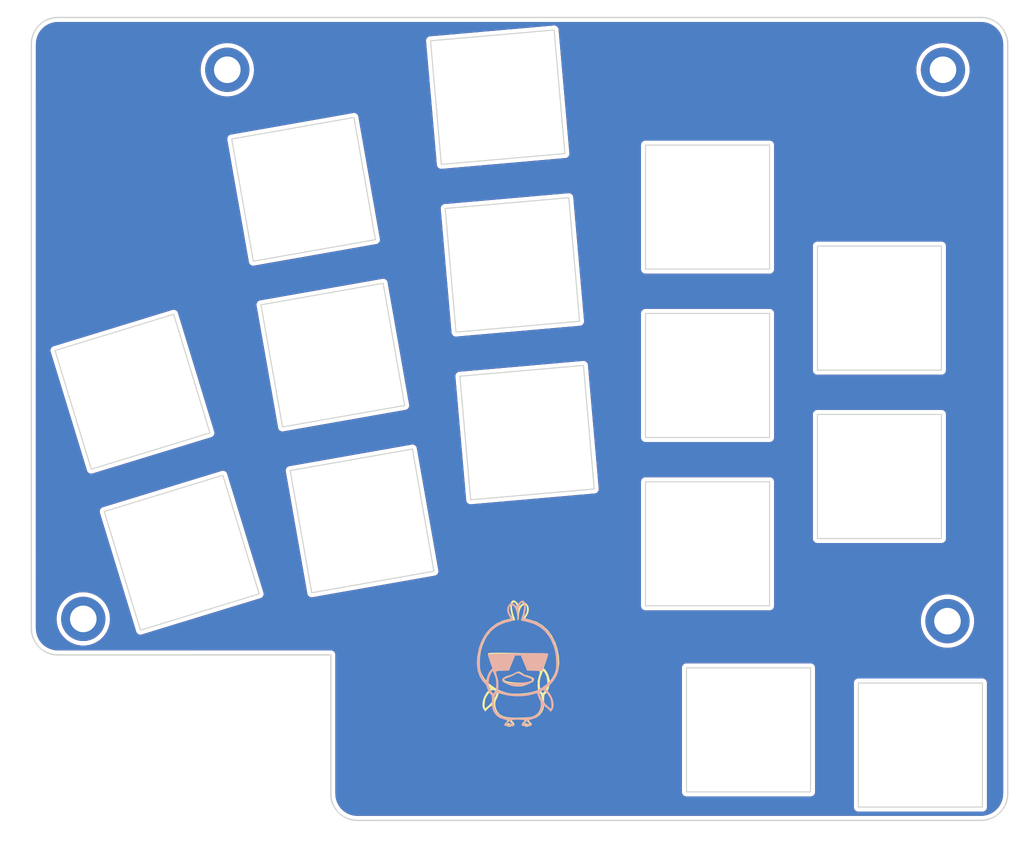
<source format=kicad_pcb>
(kicad_pcb (version 20211014) (generator pcbnew)
  (title_block (title "batta_choc") (rev "v1.0.0") (company "Unknown"))
  (layers (0 "F.Cu" signal) (31 "B.Cu" signal) (34 "B.Paste" user) (35 "F.Paste" user) (36 "B.SilkS" user "B.Silkscreen") (37 "F.SilkS" user "F.Silkscreen") (38 "B.Mask" user) (39 "F.Mask" user) (44 "Edge.Cuts" user))
  (net 0 "")
  (footprint "Alaa:MX-hole" (layer "F.Cu") (at 249.090824 84.505717 -175)
    (fp_text reference "S7" hide)
    (fp_text value "" hide)
    (fp_line (start 7 7) (end 7 -7) (layer "Edge.Cuts") (width 0.12))
    (fp_line (start 7 -7) (end -7 -7) (layer "Edge.Cuts") (width 0.12))
    (fp_line (start -7 -7) (end -7 7) (layer "Edge.Cuts") (width 0.12))
    (fp_line (start -7 7) (end 7 7) (layer "Edge.Cuts") (width 0.12))
  )
  (footprint "Alaa:MX-hole" (layer "F.Cu") (at 247.434865 65.578018 -175)
    (fp_text reference "S8" hide)
    (fp_text value "" hide)
    (fp_line (start 7 -7) (end -7 -7) (layer "Edge.Cuts") (width 0.12))
    (fp_line (start -7 -7) (end -7 7) (layer "Edge.Cuts") (width 0.12))
    (fp_line (start -7 7) (end 7 7) (layer "Edge.Cuts") (width 0.12))
    (fp_line (start 7 7) (end 7 -7) (layer "Edge.Cuts") (width 0.12))
  )
  (footprint "Alaa:MX-hole" (layer "F.Cu") (at 228.826421 94.688497 -170)
    (fp_text reference "S4" hide)
    (fp_text value "" hide)
    (fp_line (start 7 -7) (end -7 -7) (layer "Edge.Cuts") (width 0.12))
    (fp_line (start -7 -7) (end -7 7) (layer "Edge.Cuts") (width 0.12))
    (fp_line (start -7 7) (end 7 7) (layer "Edge.Cuts") (width 0.12))
    (fp_line (start 7 7) (end 7 -7) (layer "Edge.Cuts") (width 0.12))
  )
  (footprint "Alaa:MX-hole" (layer "F.Cu") (at 211.766186 116.988841 -163)
    (fp_text reference "S1" hide)
    (fp_text value "" hide)
    (fp_line (start 7 7) (end 7 -7) (layer "Edge.Cuts") (width 0.12))
    (fp_line (start -7 7) (end 7 7) (layer "Edge.Cuts") (width 0.12))
    (fp_line (start -7 -7) (end -7 7) (layer "Edge.Cuts") (width 0.12))
    (fp_line (start 7 -7) (end -7 -7) (layer "Edge.Cuts") (width 0.12))
  )
  (footprint "LOGO" (layer "F.Cu") (at 249.682 130.81)
    (fp_text reference "G***" hide)
    (fp_text value "LOGO" hide)
    (fp_poly (pts (xy 0.474181 -0.251487) (xy 0.52344 -0.211667) (xy 0.735405 -0.071562) (xy 0.931921 -0.000318) (xy 0.958996 0.001859) (xy 1.146597 0.037386) (xy 1.402747 0.124666) (xy 1.508908 0.169773) (xy 1.739319 0.292866) (xy 1.839479 0.406757) (xy 1.847575 0.5191) (xy 1.771718 0.696121) (xy 1.693333 0.767783) (xy 1.292004 0.968271) (xy 0.985942 1.100338) (xy 0.723688 1.18009) (xy 0.453781 1.223633) (xy 0.169333 1.244775) (xy -0.166747 1.25595) (xy -0.416858 1.236742) (xy -0.650151 1.17243) (xy -0.70977 1.146519) (xy -0.145956 1.146519) (xy -0.039582 1.159803) (xy 0.084667 1.162273) (xy 0.267788 1.155668) (xy 0.318057 1.138782) (xy 0.275167 1.125581) (xy 0.028449 1.111574) (xy -0.105833 1.125581) (xy -0.145956 1.146519) (xy -0.70977 1.146519) (xy -0.861849 1.080424) (xy -0.555945 1.080424) (xy -0.472722 1.093982) (xy -0.362908 1.078416) (xy -0.361597 1.049514) (xy -0.474914 1.029302) (xy -0.523875 1.04283) (xy -0.555945 1.080424) (xy -0.861849 1.080424) (xy -0.935777 1.048294) (xy -1.0795 0.978919) (xy -1.412697 0.803502) (xy -1.608156 0.665817) (xy -1.688339 0.548734) (xy -1.689109 0.542894) (xy -1.51287 0.542894) (xy -1.496445 0.563777) (xy -1.316017 0.658637) (xy -1.005752 0.736544) (xy -0.604513 0.79515) (xy -0.151166 0.832105) (xy 0.315425 0.845063) (xy 0.756396 0.831673) (xy 1.132882 0.789589) (xy 1.354667 0.736054) (xy 1.582017 0.62646) (xy 1.640717 0.511241) (xy 1.531306 0.391698) (xy 1.254325 0.269135) (xy 1.146323 0.234304) (xy 0.84481 0.12441) (xy 0.587835 -0.000634) (xy 0.463533 -0.086671) (xy 0.201922 -0.23365) (xy -0.083133 -0.21645) (xy -0.310142 -0.088931) (xy -0.512971 0.029633) (xy -0.800003 0.150728) (xy -0.975354 0.208514) (xy -1.305368 0.325458) (xy -1.487648 0.439037) (xy -1.51287 0.542894) (xy -1.689109 0.542894) (xy -1.693333 0.510873) (xy -1.614233 0.32379) (xy -1.399092 0.162813) (xy -1.081155 0.049908) (xy -0.961455 0.027263) (xy -0.665319 -0.061058) (xy -0.384727 -0.209006) (xy -0.365483 -0.222867) (xy -0.067205 -0.38796) (xy 0.200192 -0.397658)) (layer "F.SilkS") (width 0) (fill solid))
    (fp_poly (pts (xy -0.403944 -8.443239) (xy -0.269381 -8.376116) (xy -0.062017 -8.20262) (xy 0.069363 -8.016498) (xy 0.181059 -7.784147) (xy 0.435692 -7.998407) (xy 0.645802 -8.157237) (xy 0.795236 -8.19656) (xy 0.942679 -8.116981) (xy 1.062182 -8.004849) (xy 1.232331 -7.72248) (xy 1.27571 -7.37156) (xy 1.192591 -6.995491) (xy 1.054148 -6.732889) (xy 0.930821 -6.54023) (xy 0.866172 -6.417299) (xy 0.863648 -6.396777) (xy 0.953295 -6.370687) (xy 1.159521 -6.321611) (xy 1.373348 -6.274187) (xy 2.126709 -6.028122) (xy 2.801335 -5.636989) (xy 3.388482 -5.109912) (xy 3.879406 -4.456015) (xy 4.265363 -3.684422) (xy 4.481484 -3.030998) (xy 4.657146 -2.150057) (xy 4.69969 -1.331605) (xy 4.611088 -0.587274) (xy 4.393313 0.071305) (xy 4.048338 0.632502) (xy 3.817553 0.883674) (xy 3.653497 1.074574) (xy 3.562508 1.248282) (xy 3.556 1.289213) (xy 3.51399 1.48381) (xy 3.409902 1.72763) (xy 3.276652 1.958591) (xy 3.147155 2.114608) (xy 3.103814 2.142111) (xy 3.042865 2.207419) (xy 3.006736 2.364771) (xy 2.99143 2.642296) (xy 2.991097 2.93572) (xy 2.986592 3.343742) (xy 2.956655 3.64016) (xy 2.892186 3.881914) (xy 2.808911 4.075715) (xy 2.519216 4.488139) (xy 2.118745 4.788371) (xy 1.642172 4.950623) (xy 1.629833 4.952648) (xy 1.373301 5.023049) (xy 1.278833 5.123268) (xy 1.348994 5.248436) (xy 1.439333 5.314351) (xy 1.574724 5.450018) (xy 1.599274 5.58481) (xy 1.51051 5.666363) (xy 1.456267 5.672667) (xy 1.264714 5.728916) (xy 1.196567 5.7785) (xy 1.092129 5.833385) (xy 0.986948 5.74554) (xy 0.976095 5.7311) (xy 0.865008 5.638191) (xy 0.807464 5.6676) (xy 0.690607 5.750688) (xy 0.563808 5.732237) (xy 0.508 5.629504) (xy 0.544031 5.540005) (xy 0.714701 5.540005) (xy 0.729106 5.5498) (xy 0.79136 5.504771) (xy 0.92102 5.431693) (xy 1.007769 5.493085) (xy 1.042456 5.549666) (xy 1.117322 5.659162) (xy 1.154607 5.622719) (xy 1.166566 5.571526) (xy 1.25262 5.466462) (xy 1.338804 5.470453) (xy 1.397675 5.468385) (xy 1.3105 5.385384) (xy 1.291167 5.370766) (xy 1.147424 5.219397) (xy 1.093982 5.09084) (xy 1.079929 5.00247) (xy 1.041135 5.079282) (xy 1.040873 5.08) (xy 0.954538 5.232236) (xy 0.814723 5.416104) (xy 0.714701 5.540005) (xy 0.544031 5.540005) (xy 0.567751 5.481086) (xy 0.677333 5.356688) (xy 0.82354 5.207332) (xy 0.846937 5.103538) (xy 0.736013 5.038288) (xy 0.479257 5.004564) (xy 0.084667 4.995333) (xy -0.250892 5.00269) (xy -0.511057 5.022395) (xy -0.658058 5.050903) (xy -0.677333 5.066878) (xy -0.620721 5.171387) (xy -0.508 5.291667) (xy -0.372613 5.458835) (xy -0.342767 5.593994) (xy -0.419061 5.657921) (xy -0.502532 5.649564) (xy -0.65914 5.664398) (xy -0.711542 5.724356) (xy -0.813044 5.833177) (xy -0.933787 5.79805) (xy -0.984787 5.71655) (xy -1.064914 5.636038) (xy -1.188231 5.674217) (xy -1.357061 5.747921) (xy -1.427101 5.711715) (xy -1.439333 5.588717) (xy -1.398027 5.479925) (xy -1.236964 5.479925) (xy -1.142415 5.474575) (xy -1.070721 5.428947) (xy -0.970581 5.385828) (xy -0.902796 5.486159) (xy -0.890367 5.522715) (xy -0.839397 5.645021) (xy -0.802357 5.612375) (xy -0.790055 5.571526) (xy -0.695489 5.467609) (xy -0.608529 5.473574) (xy -0.536775 5.480347) (xy -0.59837 5.405412) (xy -0.64597 5.363048) (xy -0.797115 5.202381) (xy -0.872119 5.08) (xy -0.910157 5.007287) (xy -0.924649 5.098188) (xy -0.998257 5.249266) (xy -1.107918 5.337881) (xy -1.225574 5.426654) (xy -1.236964 5.479925) (xy -1.398027 5.479925) (xy -1.372742 5.413328) (xy -1.27 5.314351) (xy -1.125769 5.188289) (xy -1.137737 5.08156) (xy -1.310623 4.987755) (xy -1.560861 4.919292) (xy -2.014214 4.735019) (xy -2.386231 4.417178) (xy -2.649659 3.992667) (xy -2.727046 3.768314) (xy -2.828316 3.389676) (xy -3.043991 3.526766) (xy -3.258073 3.693796) (xy -3.449847 3.885095) (xy -3.640028 4.106333) (xy -3.819442 3.894667) (xy -3.950013 3.619759) (xy -3.971282 3.357932) (xy -3.724551 3.357932) (xy -3.716983 3.583442) (xy -3.67999 3.712029) (xy -3.655814 3.725333) (xy -3.563381 3.670824) (xy -3.389582 3.528307) (xy -3.21662 3.369779) (xy -2.526471 3.369779) (xy -2.444529 3.749525) (xy -2.343254 3.986085) (xy -2.165694 4.257822) (xy -1.94187 4.466617) (xy -1.650819 4.618568) (xy -1.271581 4.719771) (xy -0.783194 4.776324) (xy -0.164697 4.794325) (xy 0.406465 4.785941) (xy 0.889045 4.769116) (xy 1.240605 4.745484) (xy 1.499454 4.709307) (xy 1.703903 4.65485) (xy 1.89226 4.576376) (xy 1.930465 4.557744) (xy 2.304166 4.282326) (xy 2.576741 3.893514) (xy 2.736145 3.42192) (xy 2.770334 2.898157) (xy 2.720774 2.548964) (xy 2.635753 2.241084) (xy 2.527551 2.063532) (xy 2.36129 1.999754) (xy 2.102091 2.033197) (xy 1.810429 2.11692) (xy 1.133775 2.271959) (xy 0.377327 2.34948) (xy -0.386584 2.346341) (xy -1.085628 2.259397) (xy -1.150784 2.245618) (xy -1.48468 2.166517) (xy -1.766335 2.09023) (xy -1.944596 2.030842) (xy -1.964947 2.021398) (xy -2.06693 1.999342) (xy -2.138673 2.087845) (xy -2.196048 2.266372) (xy -2.286099 2.523446) (xy -2.393639 2.733179) (xy -2.408576 2.754283) (xy -2.515436 3.02011) (xy -2.526471 3.369779) (xy -3.21662 3.369779) (xy -3.184329 3.340183) (xy -2.953603 3.080831) (xy -2.728946 2.764366) (xy -2.53849 2.438189) (xy -2.410368 2.149699) (xy -2.371494 1.970674) (xy -2.439054 1.86401) (xy -2.604045 1.746466) (xy -2.616613 1.739831) (xy -2.764974 1.672743) (xy -2.874785 1.675717) (xy -2.997735 1.768322) (xy -3.165022 1.947438) (xy -3.370897 2.208223) (xy -3.543846 2.482925) (xy -3.596409 2.590787) (xy -3.661694 2.81251) (xy -3.705264 3.08459) (xy -3.724551 3.357932) (xy -3.971282 3.357932) (xy -3.979553 3.256121) (xy -3.917385 2.843459) (xy -3.772833 2.421475) (xy -3.555219 2.029877) (xy -3.314885 1.745908) (xy -3.058261 1.50215) (xy -3.516756 1.083112) (xy -3.993312 0.538137) (xy -4.252459 0.100691) (xy -4.372614 -0.152507) (xy -4.451675 -0.360285) (xy -4.498003 -0.569785) (xy -4.519961 -0.82815) (xy -4.525914 -1.182525) (xy -4.525384 -1.437846) (xy -4.52226 -1.481667) (xy -4.266059 -1.481667) (xy -4.262355 -1.068489) (xy -4.240933 -0.768424) (xy -4.192071 -0.525438) (xy -4.10605 -0.283499) (xy -4.026911 -0.103122) (xy -3.683451 0.457745) (xy -3.198727 0.967465) (xy -2.597636 1.407522) (xy -1.905072 1.7594) (xy -1.215943 1.987468) (xy -0.736969 2.064872) (xy -0.156441 2.092747) (xy 0.466033 2.073537) (xy 1.070848 2.009687) (xy 1.598397 1.90364) (xy 1.723484 1.866931) (xy 2.303968 1.68098) (xy 2.25054 1.242656) (xy 2.25971 0.779448) (xy 2.506126 0.779448) (xy 2.507955 1.181989) (xy 2.555413 1.542741) (xy 2.64802 1.802789) (xy 2.655379 1.81448) (xy 2.808388 2.048) (xy 3.006529 1.861856) (xy 3.146375 1.665951) (xy 3.267202 1.389765) (xy 3.302109 1.269543) (xy 3.356966 0.713583) (xy 3.264506 0.170398) (xy 3.087926 -0.223603) (xy 2.964492 -0.414714) (xy 2.893452 -0.473984) (xy 2.846892 -0.418654) (xy 2.833091 -0.381) (xy 2.759688 -0.190303) (xy 2.655487 0.053148) (xy 2.641277 0.084667) (xy 2.550407 0.394035) (xy 2.506126 0.779448) (xy 2.25971 0.779448) (xy 2.262341 0.646523) (xy 2.330827 0.338667) (xy 2.442641 -0.042247) (xy 2.50249 -0.287705) (xy 2.492205 -0.428177) (xy 2.393619 -0.494134) (xy 2.188565 -0.516045) (xy 1.858875 -0.52438) (xy 1.815431 -0.525736) (xy 1.072433 -0.550333) (xy 0.725607 -1.397) (xy 0.37878 -2.243667) (xy -0.281764 -2.243667) (xy -0.975512 -0.550333) (xy -1.827568 -0.526369) (xy -2.679625 -0.502404) (xy -3.034266 -1.442808) (xy -3.168276 -1.817411) (xy -3.269196 -2.137387) (xy -3.32705 -2.368229) (xy -3.332483 -2.474508) (xy -3.254143 -2.498938) (xy -3.048786 -2.516614) (xy -2.709312 -2.527606) (xy -2.22862 -2.53198) (xy -1.599608 -2.529805) (xy -0.815177 -2.521149) (xy 0.072865 -2.507118) (xy 0.808855 -2.493386) (xy 1.490622 -2.47906) (xy 2.099898 -2.464643) (xy 2.618411 -2.450639) (xy 3.027891 -2.437554) (xy 3.310069 -2.425891) (xy 3.446673 -2.416156) (xy 3.456531 -2.413691) (xy 3.444877 -2.324433) (xy 3.38552 -2.111971) (xy 3.289063 -1.812082) (xy 3.212253 -1.589373) (xy 2.933234 -0.799797) (xy 3.157976 -0.575054) (xy 3.319757 -0.345386) (xy 3.467376 -0.017483) (xy 3.525421 0.162961) (xy 3.668123 0.676235) (xy 3.880642 0.363485) (xy 4.143258 -0.093902) (xy 4.307744 -0.569611) (xy 4.388402 -1.116053) (xy 4.402667 -1.549453) (xy 4.333481 -2.457713) (xy 4.13208 -3.294405) (xy 3.8077 -4.046916) (xy 3.369577 -4.702637) (xy 2.826947 -5.248956) (xy 2.189044 -5.673262) (xy 1.465106 -5.962944) (xy 1.108963 -6.046916) (xy 0.779663 -6.123552) (xy 0.608366 -6.217781) (xy 0.584088 -6.357979) (xy 0.695843 -6.572524) (xy 0.832666 -6.760621) (xy 1.010317 -7.082479) (xy 1.058333 -7.418676) (xy 1.024344 -7.740138) (xy 0.920472 -7.909447) (xy 0.743857 -7.929953) (xy 0.650704 -7.896561) (xy 0.436808 -7.713086) (xy 0.271105 -7.39809) (xy 0.168038 -6.98599) (xy 0.141499 -6.683209) (xy 0.122614 -6.367336) (xy 0.093268 -6.209934) (xy 0.05991 -6.200986) (xy 0.028985 -6.330475) (xy 0.00694 -6.588386) (xy 0 -6.903053) (xy -0.025724 -7.442946) (xy -0.100976 -7.846886) (xy -0.222876 -8.105839) (xy -0.388545 -8.21077) (xy -0.4174 -8.212667) (xy -0.579249 -8.138007) (xy -0.640827 -8.007926) (xy -0.651429 -7.789494) (xy -0.615789 -7.467712) (xy -0.544172 -7.098858) (xy -0.446846 -6.739207) (xy -0.370757 -6.5275) (xy -0.299213 -6.334187) (xy -0.27363 -6.222716) (xy -0.275967 -6.215145) (xy -0.36446 -6.187479) (xy -0.576096 -6.136566) (xy -0.868022 -6.072616) (xy -0.918703 -6.061985) (xy -1.72486 -5.823495) (xy -2.412712 -5.466115) (xy -2.989924 -4.984119) (xy -3.464161 -4.371778) (xy -3.669351 -4.006437) (xy -3.975106 -3.306223) (xy -4.164551 -2.626649) (xy -4.253847 -1.899333) (xy -4.266059 -1.481667) (xy -4.52226 -1.481667) (xy -4.456078 -2.409961) (xy -4.261804 -3.300466) (xy -3.94973 -4.098953) (xy -3.527025 -4.795014) (xy -3.000856 -5.378241) (xy -2.378391 -5.838224) (xy -1.666798 -6.164555) (xy -1.17975 -6.296064) (xy -0.909183 -6.356755) (xy -0.712549 -6.41112) (xy -0.643079 -6.440699) (xy -0.638996 -6.53993) (xy -0.674589 -6.750014) (xy -0.72178 -6.946604) (xy -0.825796 -7.464949) (xy -0.841521 -7.891329) (xy -0.769675 -8.205694) (xy -0.671548 -8.344903) (xy -0.531315 -8.448022)) (layer "F.SilkS") (width 0) (fill solid))
  )
  (footprint "" (layer "F.Cu") (at 200.66 124.46)
    (fp_text reference "" (at 0 0) (layer "F.SilkS") (effects (font (size 1.27 1.27))))
    (fp_text value "" (at 0 0) (layer "F.SilkS") (effects (font (size 1.27 1.27))))
    (pad "1" thru_hole circle (at 0 0) (size 5 5) (drill 3) (layers *.Cu *.Mask))
  )
  (footprint "Alaa:MX-hole" (layer "F.Cu") (at 271.115601 115.986367 180)
    (fp_text reference "S9" hide)
    (fp_text value "" hide)
    (fp_line (start -7 7) (end 7 7) (layer "Edge.Cuts") (width 0.12))
    (fp_line (start -7 -7) (end -7 7) (layer "Edge.Cuts") (width 0.12))
    (fp_line (start 7 7) (end 7 -7) (layer "Edge.Cuts") (width 0.12))
    (fp_line (start 7 -7) (end -7 -7) (layer "Edge.Cuts") (width 0.12))
  )
  (footprint "Alaa:MX-hole" (layer "F.Cu") (at 290.515601 108.386367 180)
    (fp_text reference "S12" hide)
    (fp_text value "" hide)
    (fp_line (start -7 7) (end 7 7) (layer "Edge.Cuts") (width 0.12))
    (fp_line (start 7 7) (end 7 -7) (layer "Edge.Cuts") (width 0.12))
    (fp_line (start -7 -7) (end -7 7) (layer "Edge.Cuts") (width 0.12))
    (fp_line (start 7 -7) (end -7 -7) (layer "Edge.Cuts") (width 0.12))
  )
  (footprint "Alaa:MX-hole" (layer "F.Cu") (at 275.740601 136.986367 180)
    (fp_text reference "S14" hide)
    (fp_text value "" hide)
    (fp_line (start -7 -7) (end -7 7) (layer "Edge.Cuts") (width 0.12))
    (fp_line (start -7 7) (end 7 7) (layer "Edge.Cuts") (width 0.12))
    (fp_line (start 7 7) (end 7 -7) (layer "Edge.Cuts") (width 0.12))
    (fp_line (start 7 -7) (end -7 -7) (layer "Edge.Cuts") (width 0.12))
  )
  (footprint "Alaa:MX-hole" (layer "F.Cu") (at 232.125737 113.399844 -170)
    (fp_text reference "S3" hide)
    (fp_text value "" hide)
    (fp_line (start 7 -7) (end -7 -7) (layer "Edge.Cuts") (width 0.12))
    (fp_line (start -7 -7) (end -7 7) (layer "Edge.Cuts") (width 0.12))
    (fp_line (start -7 7) (end 7 7) (layer "Edge.Cuts") (width 0.12))
    (fp_line (start 7 7) (end 7 -7) (layer "Edge.Cuts") (width 0.12))
  )
  (footprint "" (layer "F.Cu") (at 297.688 62.484)
    (fp_text reference "" (at 0 0) (layer "F.SilkS") (effects (font (size 1.27 1.27))))
    (fp_text value "" (at 0 0) (layer "F.SilkS") (effects (font (size 1.27 1.27))))
    (pad "1" thru_hole circle (at 0 0) (size 5 5) (drill 3) (layers *.Cu *.Mask))
  )
  (footprint "" (layer "F.Cu") (at 216.916 62.484)
    (fp_text reference "" (at 0 0) (layer "F.SilkS") (effects (font (size 1.27 1.27))))
    (fp_text value "" (at 0 0) (layer "F.SilkS") (effects (font (size 1.27 1.27))))
    (pad "1" thru_hole circle (at 0 0) (size 5 5) (drill 3) (layers *.Cu *.Mask))
  )
  (footprint "Alaa:MX-hole" (layer "F.Cu") (at 250.746784 103.433416 -175)
    (fp_text reference "S6" hide)
    (fp_text value "" hide)
    (fp_line (start -7 -7) (end -7 7) (layer "Edge.Cuts") (width 0.12))
    (fp_line (start -7 7) (end 7 7) (layer "Edge.Cuts") (width 0.12))
    (fp_line (start 7 7) (end 7 -7) (layer "Edge.Cuts") (width 0.12))
    (fp_line (start 7 -7) (end -7 -7) (layer "Edge.Cuts") (width 0.12))
  )
  (footprint "" (layer "F.Cu") (at 298.196 124.714)
    (fp_text reference "" (at 0 0) (layer "F.SilkS") (effects (font (size 1.27 1.27))))
    (fp_text value "" (at 0 0) (layer "F.SilkS") (effects (font (size 1.27 1.27))))
    (pad "1" thru_hole circle (at 0 0) (size 5 5) (drill 3) (layers *.Cu *.Mask))
  )
  (footprint "Alaa:MX-hole" (layer "F.Cu") (at 295.140601 138.696367 180)
    (fp_text reference "S15" hide)
    (fp_text value "" hide)
    (fp_line (start -7 7) (end 7 7) (layer "Edge.Cuts") (width 0.12))
    (fp_line (start 7 7) (end 7 -7) (layer "Edge.Cuts") (width 0.12))
    (fp_line (start 7 -7) (end -7 -7) (layer "Edge.Cuts") (width 0.12))
    (fp_line (start -7 -7) (end -7 7) (layer "Edge.Cuts") (width 0.12))
  )
  (footprint "Alaa:MX-hole" (layer "F.Cu") (at 271.115601 77.986367 180)
    (fp_text reference "S11" hide)
    (fp_text value "" hide)
    (fp_line (start 7 7) (end 7 -7) (layer "Edge.Cuts") (width 0.12))
    (fp_line (start -7 -7) (end -7 7) (layer "Edge.Cuts") (width 0.12))
    (fp_line (start -7 7) (end 7 7) (layer "Edge.Cuts") (width 0.12))
    (fp_line (start 7 -7) (end -7 -7) (layer "Edge.Cuts") (width 0.12))
  )
  (footprint "Alaa:MX-hole" (layer "F.Cu") (at 206.211123 98.81905 -163)
    (fp_text reference "S2" hide)
    (fp_text value "" hide)
    (fp_line (start 7 7) (end 7 -7) (layer "Edge.Cuts") (width 0.12))
    (fp_line (start -7 -7) (end -7 7) (layer "Edge.Cuts") (width 0.12))
    (fp_line (start 7 -7) (end -7 -7) (layer "Edge.Cuts") (width 0.12))
    (fp_line (start -7 7) (end 7 7) (layer "Edge.Cuts") (width 0.12))
  )
  (footprint "Alaa:MX-hole" (layer "F.Cu") (at 290.515601 89.386367 180)
    (fp_text reference "S13" hide)
    (fp_text value "" hide)
    (fp_line (start 7 7) (end 7 -7) (layer "Edge.Cuts") (width 0.12))
    (fp_line (start -7 7) (end 7 7) (layer "Edge.Cuts") (width 0.12))
    (fp_line (start 7 -7) (end -7 -7) (layer "Edge.Cuts") (width 0.12))
    (fp_line (start -7 -7) (end -7 7) (layer "Edge.Cuts") (width 0.12))
  )
  (footprint "Alaa:MX-hole" (layer "F.Cu") (at 225.527106 75.97715 -170)
    (fp_text reference "S5" hide)
    (fp_text value "" hide)
    (fp_line (start 7 7) (end 7 -7) (layer "Edge.Cuts") (width 0.12))
    (fp_line (start -7 -7) (end -7 7) (layer "Edge.Cuts") (width 0.12))
    (fp_line (start -7 7) (end 7 7) (layer "Edge.Cuts") (width 0.12))
    (fp_line (start 7 -7) (end -7 -7) (layer "Edge.Cuts") (width 0.12))
  )
  (footprint "Alaa:MX-hole" (layer "F.Cu") (at 271.115601 96.986367 180)
    (fp_text reference "S10" hide)
    (fp_text value "" hide)
    (fp_line (start 7 7) (end 7 -7) (layer "Edge.Cuts") (width 0.12))
    (fp_line (start 7 -7) (end -7 -7) (layer "Edge.Cuts") (width 0.12))
    (fp_line (start -7 7) (end 7 7) (layer "Edge.Cuts") (width 0.12))
    (fp_line (start -7 -7) (end -7 7) (layer "Edge.Cuts") (width 0.12))
  )
  (footprint "LOGO" (layer "B.Cu") (at 249.768888 130.847319 180)
    (fp_text reference "G***" hide)
    (fp_text value "LOGO" hide)
    (fp_poly (pts (xy 0.474181 0.251487) (xy 0.52344 0.211667) (xy 0.735405 0.071562) (xy 0.931921 0.000318) (xy 0.958996 -0.001859) (xy 1.146597 -0.037386) (xy 1.402747 -0.124666) (xy 1.508908 -0.169773) (xy 1.739319 -0.292866) (xy 1.839479 -0.406757) (xy 1.847575 -0.5191) (xy 1.771718 -0.696121) (xy 1.693333 -0.767783) (xy 1.292004 -0.968271) (xy 0.985942 -1.100338) (xy 0.723688 -1.18009) (xy 0.453781 -1.223633) (xy 0.169333 -1.244775) (xy -0.166747 -1.25595) (xy -0.416858 -1.236742) (xy -0.650151 -1.17243) (xy -0.70977 -1.146519) (xy -0.145956 -1.146519) (xy -0.039582 -1.159803) (xy 0.084667 -1.162273) (xy 0.267788 -1.155668) (xy 0.318057 -1.138782) (xy 0.275167 -1.125581) (xy 0.028449 -1.111574) (xy -0.105833 -1.125581) (xy -0.145956 -1.146519) (xy -0.70977 -1.146519) (xy -0.861849 -1.080424) (xy -0.555945 -1.080424) (xy -0.472722 -1.093982) (xy -0.362908 -1.078416) (xy -0.361597 -1.049514) (xy -0.474914 -1.029302) (xy -0.523875 -1.04283) (xy -0.555945 -1.080424) (xy -0.861849 -1.080424) (xy -0.935777 -1.048294) (xy -1.0795 -0.978919) (xy -1.412697 -0.803502) (xy -1.608156 -0.665817) (xy -1.688339 -0.548734) (xy -1.689109 -0.542894) (xy -1.51287 -0.542894) (xy -1.496445 -0.563777) (xy -1.316017 -0.658637) (xy -1.005752 -0.736544) (xy -0.604513 -0.79515) (xy -0.151166 -0.832105) (xy 0.315425 -0.845063) (xy 0.756396 -0.831673) (xy 1.132882 -0.789589) (xy 1.354667 -0.736054) (xy 1.582017 -0.62646) (xy 1.640717 -0.511241) (xy 1.531306 -0.391698) (xy 1.254325 -0.269135) (xy 1.146323 -0.234304) (xy 0.84481 -0.12441) (xy 0.587835 0.000634) (xy 0.463533 0.086671) (xy 0.201922 0.23365) (xy -0.083133 0.21645) (xy -0.310142 0.088931) (xy -0.512971 -0.029633) (xy -0.800003 -0.150728) (xy -0.975354 -0.208514) (xy -1.305368 -0.325458) (xy -1.487648 -0.439037) (xy -1.51287 -0.542894) (xy -1.689109 -0.542894) (xy -1.693333 -0.510873) (xy -1.614233 -0.32379) (xy -1.399092 -0.162813) (xy -1.081155 -0.049908) (xy -0.961455 -0.027263) (xy -0.665319 0.061058) (xy -0.384727 0.209006) (xy -0.365483 0.222867) (xy -0.067205 0.38796) (xy 0.200192 0.397658)) (layer "B.SilkS") (width 0) (fill solid))
    (fp_poly (pts (xy -0.403944 8.443239) (xy -0.269381 8.376116) (xy -0.062017 8.20262) (xy 0.069363 8.016498) (xy 0.181059 7.784147) (xy 0.435692 7.998407) (xy 0.645802 8.157237) (xy 0.795236 8.19656) (xy 0.942679 8.116981) (xy 1.062182 8.004849) (xy 1.232331 7.72248) (xy 1.27571 7.37156) (xy 1.192591 6.995491) (xy 1.054148 6.732889) (xy 0.930821 6.54023) (xy 0.866172 6.417299) (xy 0.863648 6.396777) (xy 0.953295 6.370687) (xy 1.159521 6.321611) (xy 1.373348 6.274187) (xy 2.126709 6.028122) (xy 2.801335 5.636989) (xy 3.388482 5.109912) (xy 3.879406 4.456015) (xy 4.265363 3.684422) (xy 4.481484 3.030998) (xy 4.657146 2.150057) (xy 4.69969 1.331605) (xy 4.611088 0.587274) (xy 4.393313 -0.071305) (xy 4.048338 -0.632502) (xy 3.817553 -0.883674) (xy 3.653497 -1.074574) (xy 3.562508 -1.248282) (xy 3.556 -1.289213) (xy 3.51399 -1.48381) (xy 3.409902 -1.72763) (xy 3.276652 -1.958591) (xy 3.147155 -2.114608) (xy 3.103814 -2.142111) (xy 3.042865 -2.207419) (xy 3.006736 -2.364771) (xy 2.99143 -2.642296) (xy 2.991097 -2.93572) (xy 2.986592 -3.343742) (xy 2.956655 -3.64016) (xy 2.892186 -3.881914) (xy 2.808911 -4.075715) (xy 2.519216 -4.488139) (xy 2.118745 -4.788371) (xy 1.642172 -4.950623) (xy 1.629833 -4.952648) (xy 1.373301 -5.023049) (xy 1.278833 -5.123268) (xy 1.348994 -5.248436) (xy 1.439333 -5.314351) (xy 1.574724 -5.450018) (xy 1.599274 -5.58481) (xy 1.51051 -5.666363) (xy 1.456267 -5.672667) (xy 1.264714 -5.728916) (xy 1.196567 -5.7785) (xy 1.092129 -5.833385) (xy 0.986948 -5.74554) (xy 0.976095 -5.7311) (xy 0.865008 -5.638191) (xy 0.807464 -5.6676) (xy 0.690607 -5.750688) (xy 0.563808 -5.732237) (xy 0.508 -5.629504) (xy 0.544031 -5.540005) (xy 0.714701 -5.540005) (xy 0.729106 -5.5498) (xy 0.79136 -5.504771) (xy 0.92102 -5.431693) (xy 1.007769 -5.493085) (xy 1.042456 -5.549666) (xy 1.117322 -5.659162) (xy 1.154607 -5.622719) (xy 1.166566 -5.571526) (xy 1.25262 -5.466462) (xy 1.338804 -5.470453) (xy 1.397675 -5.468385) (xy 1.3105 -5.385384) (xy 1.291167 -5.370766) (xy 1.147424 -5.219397) (xy 1.093982 -5.09084) (xy 1.079929 -5.00247) (xy 1.041135 -5.079282) (xy 1.040873 -5.08) (xy 0.954538 -5.232236) (xy 0.814723 -5.416104) (xy 0.714701 -5.540005) (xy 0.544031 -5.540005) (xy 0.567751 -5.481086) (xy 0.677333 -5.356688) (xy 0.82354 -5.207332) (xy 0.846937 -5.103538) (xy 0.736013 -5.038288) (xy 0.479257 -5.004564) (xy 0.084667 -4.995333) (xy -0.250892 -5.00269) (xy -0.511057 -5.022395) (xy -0.658058 -5.050903) (xy -0.677333 -5.066878) (xy -0.620721 -5.171387) (xy -0.508 -5.291667) (xy -0.372613 -5.458835) (xy -0.342767 -5.593994) (xy -0.419061 -5.657921) (xy -0.502532 -5.649564) (xy -0.65914 -5.664398) (xy -0.711542 -5.724356) (xy -0.813044 -5.833177) (xy -0.933787 -5.79805) (xy -0.984787 -5.71655) (xy -1.064914 -5.636038) (xy -1.188231 -5.674217) (xy -1.357061 -5.747921) (xy -1.427101 -5.711715) (xy -1.439333 -5.588717) (xy -1.398027 -5.479925) (xy -1.236964 -5.479925) (xy -1.142415 -5.474575) (xy -1.070721 -5.428947) (xy -0.970581 -5.385828) (xy -0.902796 -5.486159) (xy -0.890367 -5.522715) (xy -0.839397 -5.645021) (xy -0.802357 -5.612375) (xy -0.790055 -5.571526) (xy -0.695489 -5.467609) (xy -0.608529 -5.473574) (xy -0.536775 -5.480347) (xy -0.59837 -5.405412) (xy -0.64597 -5.363048) (xy -0.797115 -5.202381) (xy -0.872119 -5.08) (xy -0.910157 -5.007287) (xy -0.924649 -5.098188) (xy -0.998257 -5.249266) (xy -1.107918 -5.337881) (xy -1.225574 -5.426654) (xy -1.236964 -5.479925) (xy -1.398027 -5.479925) (xy -1.372742 -5.413328) (xy -1.27 -5.314351) (xy -1.125769 -5.188289) (xy -1.137737 -5.08156) (xy -1.310623 -4.987755) (xy -1.560861 -4.919292) (xy -2.014214 -4.735019) (xy -2.386231 -4.417178) (xy -2.649659 -3.992667) (xy -2.727046 -3.768314) (xy -2.828316 -3.389676) (xy -3.043991 -3.526766) (xy -3.258073 -3.693796) (xy -3.449847 -3.885095) (xy -3.640028 -4.106333) (xy -3.819442 -3.894667) (xy -3.950013 -3.619759) (xy -3.971282 -3.357932) (xy -3.724551 -3.357932) (xy -3.716983 -3.583442) (xy -3.67999 -3.712029) (xy -3.655814 -3.725333) (xy -3.563381 -3.670824) (xy -3.389582 -3.528307) (xy -3.21662 -3.369779) (xy -2.526471 -3.369779) (xy -2.444529 -3.749525) (xy -2.343254 -3.986085) (xy -2.165694 -4.257822) (xy -1.94187 -4.466617) (xy -1.650819 -4.618568) (xy -1.271581 -4.719771) (xy -0.783194 -4.776324) (xy -0.164697 -4.794325) (xy 0.406465 -4.785941) (xy 0.889045 -4.769116) (xy 1.240605 -4.745484) (xy 1.499454 -4.709307) (xy 1.703903 -4.65485) (xy 1.89226 -4.576376) (xy 1.930465 -4.557744) (xy 2.304166 -4.282326) (xy 2.576741 -3.893514) (xy 2.736145 -3.42192) (xy 2.770334 -2.898157) (xy 2.720774 -2.548964) (xy 2.635753 -2.241084) (xy 2.527551 -2.063532) (xy 2.36129 -1.999754) (xy 2.102091 -2.033197) (xy 1.810429 -2.11692) (xy 1.133775 -2.271959) (xy 0.377327 -2.34948) (xy -0.386584 -2.346341) (xy -1.085628 -2.259397) (xy -1.150784 -2.245618) (xy -1.48468 -2.166517) (xy -1.766335 -2.09023) (xy -1.944596 -2.030842) (xy -1.964947 -2.021398) (xy -2.06693 -1.999342) (xy -2.138673 -2.087845) (xy -2.196048 -2.266372) (xy -2.286099 -2.523446) (xy -2.393639 -2.733179) (xy -2.408576 -2.754283) (xy -2.515436 -3.02011) (xy -2.526471 -3.369779) (xy -3.21662 -3.369779) (xy -3.184329 -3.340183) (xy -2.953603 -3.080831) (xy -2.728946 -2.764366) (xy -2.53849 -2.438189) (xy -2.410368 -2.149699) (xy -2.371494 -1.970674) (xy -2.439054 -1.86401) (xy -2.604045 -1.746466) (xy -2.616613 -1.739831) (xy -2.764974 -1.672743) (xy -2.874785 -1.675717) (xy -2.997735 -1.768322) (xy -3.165022 -1.947438) (xy -3.370897 -2.208223) (xy -3.543846 -2.482925) (xy -3.596409 -2.590787) (xy -3.661694 -2.81251) (xy -3.705264 -3.08459) (xy -3.724551 -3.357932) (xy -3.971282 -3.357932) (xy -3.979553 -3.256121) (xy -3.917385 -2.843459) (xy -3.772833 -2.421475) (xy -3.555219 -2.029877) (xy -3.314885 -1.745908) (xy -3.058261 -1.50215) (xy -3.516756 -1.083112) (xy -3.993312 -0.538137) (xy -4.252459 -0.100691) (xy -4.372614 0.152507) (xy -4.451675 0.360285) (xy -4.498003 0.569785) (xy -4.519961 0.82815) (xy -4.525914 1.182525) (xy -4.525384 1.437846) (xy -4.52226 1.481667) (xy -4.266059 1.481667) (xy -4.262355 1.068489) (xy -4.240933 0.768424) (xy -4.192071 0.525438) (xy -4.10605 0.283499) (xy -4.026911 0.103122) (xy -3.683451 -0.457745) (xy -3.198727 -0.967465) (xy -2.597636 -1.407522) (xy -1.905072 -1.7594) (xy -1.215943 -1.987468) (xy -0.736969 -2.064872) (xy -0.156441 -2.092747) (xy 0.466033 -2.073537) (xy 1.070848 -2.009687) (xy 1.598397 -1.90364) (xy 1.723484 -1.866931) (xy 2.303968 -1.68098) (xy 2.25054 -1.242656) (xy 2.25971 -0.779448) (xy 2.506126 -0.779448) (xy 2.507955 -1.181989) (xy 2.555413 -1.542741) (xy 2.64802 -1.802789) (xy 2.655379 -1.81448) (xy 2.808388 -2.048) (xy 3.006529 -1.861856) (xy 3.146375 -1.665951) (xy 3.267202 -1.389765) (xy 3.302109 -1.269543) (xy 3.356966 -0.713583) (xy 3.264506 -0.170398) (xy 3.087926 0.223603) (xy 2.964492 0.414714) (xy 2.893452 0.473984) (xy 2.846892 0.418654) (xy 2.833091 0.381) (xy 2.759688 0.190303) (xy 2.655487 -0.053148) (xy 2.641277 -0.084667) (xy 2.550407 -0.394035) (xy 2.506126 -0.779448) (xy 2.25971 -0.779448) (xy 2.262341 -0.646523) (xy 2.330827 -0.338667) (xy 2.442641 0.042247) (xy 2.50249 0.287705) (xy 2.492205 0.428177) (xy 2.393619 0.494134) (xy 2.188565 0.516045) (xy 1.858875 0.52438) (xy 1.815431 0.525736) (xy 1.072433 0.550333) (xy 0.725607 1.397) (xy 0.37878 2.243667) (xy -0.281764 2.243667) (xy -0.975512 0.550333) (xy -1.827568 0.526369) (xy -2.679625 0.502404) (xy -3.034266 1.442808) (xy -3.168276 1.817411) (xy -3.269196 2.137387) (xy -3.32705 2.368229) (xy -3.332483 2.474508) (xy -3.254143 2.498938) (xy -3.048786 2.516614) (xy -2.709312 2.527606) (xy -2.22862 2.53198) (xy -1.599608 2.529805) (xy -0.815177 2.521149) (xy 0.072865 2.507118) (xy 0.808855 2.493386) (xy 1.490622 2.47906) (xy 2.099898 2.464643) (xy 2.618411 2.450639) (xy 3.027891 2.437554) (xy 3.310069 2.425891) (xy 3.446673 2.416156) (xy 3.456531 2.413691) (xy 3.444877 2.324433) (xy 3.38552 2.111971) (xy 3.289063 1.812082) (xy 3.212253 1.589373) (xy 2.933234 0.799797) (xy 3.157976 0.575054) (xy 3.319757 0.345386) (xy 3.467376 0.017483) (xy 3.525421 -0.162961) (xy 3.668123 -0.676235) (xy 3.880642 -0.363485) (xy 4.143258 0.093902) (xy 4.307744 0.569611) (xy 4.388402 1.116053) (xy 4.402667 1.549453) (xy 4.333481 2.457713) (xy 4.13208 3.294405) (xy 3.8077 4.046916) (xy 3.369577 4.702637) (xy 2.826947 5.248956) (xy 2.189044 5.673262) (xy 1.465106 5.962944) (xy 1.108963 6.046916) (xy 0.779663 6.123552) (xy 0.608366 6.217781) (xy 0.584088 6.357979) (xy 0.695843 6.572524) (xy 0.832666 6.760621) (xy 1.010317 7.082479) (xy 1.058333 7.418676) (xy 1.024344 7.740138) (xy 0.920472 7.909447) (xy 0.743857 7.929953) (xy 0.650704 7.896561) (xy 0.436808 7.713086) (xy 0.271105 7.39809) (xy 0.168038 6.98599) (xy 0.141499 6.683209) (xy 0.122614 6.367336) (xy 0.093268 6.209934) (xy 0.05991 6.200986) (xy 0.028985 6.330475) (xy 0.00694 6.588386) (xy 0 6.903053) (xy -0.025724 7.442946) (xy -0.100976 7.846886) (xy -0.222876 8.105839) (xy -0.388545 8.21077) (xy -0.4174 8.212667) (xy -0.579249 8.138007) (xy -0.640827 8.007926) (xy -0.651429 7.789494) (xy -0.615789 7.467712) (xy -0.544172 7.098858) (xy -0.446846 6.739207) (xy -0.370757 6.5275) (xy -0.299213 6.334187) (xy -0.27363 6.222716) (xy -0.275967 6.215145) (xy -0.36446 6.187479) (xy -0.576096 6.136566) (xy -0.868022 6.072616) (xy -0.918703 6.061985) (xy -1.72486 5.823495) (xy -2.412712 5.466115) (xy -2.989924 4.984119) (xy -3.464161 4.371778) (xy -3.669351 4.006437) (xy -3.975106 3.306223) (xy -4.164551 2.626649) (xy -4.253847 1.899333) (xy -4.266059 1.481667) (xy -4.52226 1.481667) (xy -4.456078 2.409961) (xy -4.261804 3.300466) (xy -3.94973 4.098953) (xy -3.527025 4.795014) (xy -3.000856 5.378241) (xy -2.378391 5.838224) (xy -1.666798 6.164555) (xy -1.17975 6.296064) (xy -0.909183 6.356755) (xy -0.712549 6.41112) (xy -0.643079 6.440699) (xy -0.638996 6.53993) (xy -0.674589 6.750014) (xy -0.72178 6.946604) (xy -0.825796 7.464949) (xy -0.841521 7.891329) (xy -0.769675 8.205694) (xy -0.671548 8.344903) (xy -0.531315 8.448022)) (layer "B.SilkS") (width 0) (fill solid))
  )
  (gr_line (start 231.6 147.2) (end 301.990601 147.196367) (layer "Edge.Cuts") (width 0.15))
  (gr_arc (start 231.6 147.2) (mid 229.478682 146.321318) (end 228.6 144.2) (layer "Edge.Cuts") (width 0.15))
  (gr_line (start 228.6 128.524) (end 228.6 144.2) (layer "Edge.Cuts") (width 0.15))
  (gr_arc (start 197.8 128.525) (mid 195.678686 127.646322) (end 194.8 125.525) (layer "Edge.Cuts") (width 0.15))
  (gr_line (start 197.803209 56.581422) (end 301.990601 56.581422) (layer "Edge.Cuts") (width 0.15))
  (gr_line (start 197.8 128.525) (end 228.6 128.524) (layer "Edge.Cuts") (width 0.15))
  (gr_line (start 194.8 125.525) (end 194.803209 59.581422) (layer "Edge.Cuts") (width 0.15))
  (gr_arc (start 304.990601 144.196367) (mid 304.111933 146.317709) (end 301.990601 147.196367) (layer "Edge.Cuts") (width 0.15))
  (gr_line (start 304.990601 144.196367) (end 304.990601 59.581422) (layer "Edge.Cuts") (width 0.15))
  (gr_arc (start 301.990601 56.581422) (mid 304.111921 57.460102) (end 304.990601 59.581422) (layer "Edge.Cuts") (width 0.15))
  (gr_arc (start 194.803209 59.581422) (mid 195.681889 57.460102) (end 197.803209 56.581422) (layer "Edge.Cuts") (width 0.15))
  (zone (net 0) (net_name "") (layers F&B.Cu) (connect_pads (clearance 0.508)) (min_thickness 0.254) (fill yes (thermal_gap 0.508) (thermal_bridge_width 0.508) (island_removal_mode 1) (island_area_min 0))
    (polygon (pts (xy 306.832 151.892) (xy 191.262 150.876) (xy 192.278 54.61) (xy 306.832 54.864)))
  )
)
</source>
